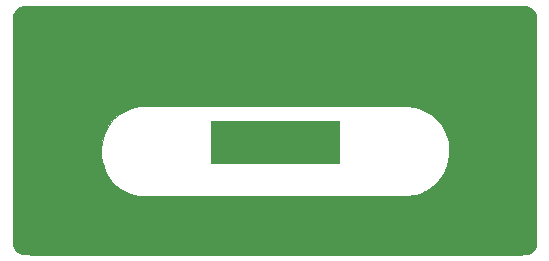
<source format=gbr>
%TF.GenerationSoftware,KiCad,Pcbnew,(6.0.4)*%
%TF.CreationDate,2022-04-09T23:38:07+02:00*%
%TF.ProjectId,cassette,63617373-6574-4746-952e-6b696361645f,rev?*%
%TF.SameCoordinates,Original*%
%TF.FileFunction,Legend,Top*%
%TF.FilePolarity,Positive*%
%FSLAX46Y46*%
G04 Gerber Fmt 4.6, Leading zero omitted, Abs format (unit mm)*
G04 Created by KiCad (PCBNEW (6.0.4)) date 2022-04-09 23:38:07*
%MOMM*%
%LPD*%
G01*
G04 APERTURE LIST*
%ADD10C,0.010000*%
G04 APERTURE END LIST*
%TO.C,N1*%
G36*
X5439833Y-1597833D02*
G01*
X-5418667Y-1597833D01*
X-5418667Y2021667D01*
X5439833Y2021667D01*
X5439833Y-1597833D01*
G37*
D10*
X5439833Y-1597833D02*
X-5418667Y-1597833D01*
X-5418667Y2021667D01*
X5439833Y2021667D01*
X5439833Y-1597833D01*
G36*
X-22140092Y620232D02*
G01*
X-22140082Y1205906D01*
X-22140046Y1985502D01*
X-22139975Y2723830D01*
X-22139867Y3421954D01*
X-22139720Y4080938D01*
X-22139529Y4701847D01*
X-22139291Y5285745D01*
X-22139004Y5833697D01*
X-22138664Y6346767D01*
X-22138269Y6826020D01*
X-22137814Y7272520D01*
X-22137297Y7687332D01*
X-22136715Y8071521D01*
X-22136065Y8426150D01*
X-22135343Y8752285D01*
X-22134546Y9050990D01*
X-22133672Y9323330D01*
X-22132717Y9570368D01*
X-22131677Y9793170D01*
X-22130550Y9992800D01*
X-22129333Y10170323D01*
X-22128023Y10326803D01*
X-22126616Y10463304D01*
X-22125109Y10580891D01*
X-22123499Y10680629D01*
X-22121783Y10763583D01*
X-22119957Y10830815D01*
X-22118020Y10883393D01*
X-22115967Y10922379D01*
X-22113795Y10948838D01*
X-22111502Y10963835D01*
X-22111310Y10964583D01*
X-22056525Y11123209D01*
X-21980284Y11260733D01*
X-21874056Y11391728D01*
X-21841410Y11425571D01*
X-21686883Y11556984D01*
X-21520826Y11649563D01*
X-21337283Y11706437D01*
X-21290677Y11715007D01*
X-21262293Y11716192D01*
X-21192673Y11717346D01*
X-21082915Y11718468D01*
X-20934114Y11719559D01*
X-20747369Y11720618D01*
X-20523777Y11721645D01*
X-20264434Y11722642D01*
X-19970439Y11723606D01*
X-19642887Y11724540D01*
X-19282878Y11725442D01*
X-18891506Y11726312D01*
X-18469871Y11727152D01*
X-18019069Y11727960D01*
X-17540197Y11728736D01*
X-17034352Y11729481D01*
X-16502632Y11730195D01*
X-15946134Y11730877D01*
X-15365955Y11731529D01*
X-14763192Y11732148D01*
X-14138942Y11732737D01*
X-13494304Y11733294D01*
X-12830372Y11733820D01*
X-12148246Y11734315D01*
X-11449022Y11734778D01*
X-10733798Y11735210D01*
X-10003670Y11735611D01*
X-9259736Y11735980D01*
X-8503093Y11736319D01*
X-7734838Y11736626D01*
X-6956068Y11736902D01*
X-6167881Y11737147D01*
X-5371374Y11737360D01*
X-4567643Y11737542D01*
X-3757787Y11737694D01*
X-2942902Y11737814D01*
X-2124086Y11737902D01*
X-1302436Y11737960D01*
X-479048Y11737987D01*
X344979Y11737982D01*
X1168550Y11737946D01*
X1990565Y11737880D01*
X2809929Y11737782D01*
X3625544Y11737653D01*
X4436313Y11737493D01*
X5241138Y11737301D01*
X6038923Y11737079D01*
X6828570Y11736826D01*
X7608983Y11736542D01*
X8379063Y11736226D01*
X9137714Y11735880D01*
X9883838Y11735503D01*
X10616339Y11735094D01*
X11334119Y11734655D01*
X12036081Y11734184D01*
X12721127Y11733683D01*
X13388161Y11733151D01*
X14036085Y11732588D01*
X14663803Y11731993D01*
X15270216Y11731368D01*
X15854228Y11730712D01*
X16414742Y11730025D01*
X16950660Y11729307D01*
X17460885Y11728558D01*
X17944320Y11727779D01*
X18399868Y11726968D01*
X18826431Y11726127D01*
X19222913Y11725254D01*
X19588216Y11724351D01*
X19921243Y11723417D01*
X20220897Y11722452D01*
X20486080Y11721457D01*
X20715696Y11720430D01*
X20908646Y11719373D01*
X21063835Y11718285D01*
X21180165Y11717166D01*
X21256538Y11716016D01*
X21291857Y11714836D01*
X21293667Y11714638D01*
X21486555Y11662780D01*
X21663212Y11574347D01*
X21819184Y11453423D01*
X21950017Y11304095D01*
X22051256Y11130448D01*
X22111309Y10964583D01*
X22113613Y10950473D01*
X22115794Y10924987D01*
X22117857Y10887061D01*
X22119804Y10835630D01*
X22121638Y10769630D01*
X22123363Y10687997D01*
X22124981Y10589665D01*
X22126496Y10473571D01*
X22127912Y10338649D01*
X22129230Y10183836D01*
X22130454Y10008066D01*
X22131588Y9810276D01*
X22132635Y9589401D01*
X22133597Y9344375D01*
X22134478Y9074136D01*
X22135281Y8777617D01*
X22136009Y8453756D01*
X22136665Y8101486D01*
X22137252Y7719744D01*
X22137774Y7307465D01*
X22138233Y6863584D01*
X22138634Y6387038D01*
X22138978Y5876761D01*
X22139269Y5331689D01*
X22139511Y4750757D01*
X22139705Y4132902D01*
X22139857Y3477058D01*
X22139967Y2782161D01*
X22140041Y2047146D01*
X22140080Y1270949D01*
X22140082Y1205906D01*
X22140092Y437572D01*
X22140077Y-289560D01*
X22140034Y-976624D01*
X22139959Y-1624753D01*
X22139849Y-2235078D01*
X22139700Y-2808733D01*
X22139507Y-3346850D01*
X22139268Y-3850561D01*
X22138978Y-4321000D01*
X22138633Y-4759297D01*
X22138231Y-5166587D01*
X22137767Y-5544002D01*
X22137238Y-5892674D01*
X22136639Y-6213736D01*
X22135967Y-6508320D01*
X22135219Y-6777559D01*
X22134390Y-7022585D01*
X22133476Y-7244531D01*
X22132475Y-7444530D01*
X22131382Y-7623714D01*
X22130194Y-7783216D01*
X22128907Y-7924167D01*
X22127516Y-8047701D01*
X22126019Y-8154951D01*
X22124412Y-8247048D01*
X22122690Y-8325126D01*
X22120851Y-8390317D01*
X22118889Y-8443753D01*
X22116803Y-8486566D01*
X22114587Y-8519891D01*
X22112239Y-8544858D01*
X22109754Y-8562602D01*
X22107779Y-8571924D01*
X22037942Y-8758759D01*
X21932887Y-8925435D01*
X21796369Y-9068308D01*
X21632147Y-9183738D01*
X21443980Y-9268083D01*
X21364976Y-9291750D01*
X21355165Y-9293477D01*
X21338738Y-9295142D01*
X21314942Y-9296745D01*
X21283021Y-9298286D01*
X21242220Y-9299769D01*
X21191786Y-9301192D01*
X21130963Y-9302558D01*
X21058997Y-9303868D01*
X20975134Y-9305122D01*
X20878619Y-9306322D01*
X20768697Y-9307468D01*
X20644614Y-9308562D01*
X20505615Y-9309606D01*
X20350946Y-9310599D01*
X20179851Y-9311543D01*
X19991577Y-9312439D01*
X19785370Y-9313289D01*
X19560473Y-9314093D01*
X19316133Y-9314852D01*
X19051596Y-9315568D01*
X18766106Y-9316241D01*
X18458909Y-9316873D01*
X18129250Y-9317464D01*
X17776376Y-9318017D01*
X17399531Y-9318531D01*
X16997960Y-9319008D01*
X16570910Y-9319449D01*
X16117626Y-9319855D01*
X15637352Y-9320227D01*
X15129335Y-9320566D01*
X14592820Y-9320874D01*
X14027053Y-9321151D01*
X13431278Y-9321399D01*
X12804741Y-9321618D01*
X12146688Y-9321809D01*
X11456364Y-9321975D01*
X10733015Y-9322115D01*
X9975886Y-9322231D01*
X9184222Y-9322324D01*
X8357268Y-9322395D01*
X7494271Y-9322444D01*
X6594476Y-9322475D01*
X5657128Y-9322486D01*
X4681472Y-9322479D01*
X3666754Y-9322456D01*
X2612220Y-9322418D01*
X1517114Y-9322365D01*
X380683Y-9322299D01*
X-9739Y-9322273D01*
X-1166093Y-9322192D01*
X-2280853Y-9322100D01*
X-3354757Y-9321998D01*
X-4388544Y-9321884D01*
X-5382954Y-9321757D01*
X-6338724Y-9321615D01*
X-7256595Y-9321459D01*
X-8137304Y-9321286D01*
X-8981591Y-9321096D01*
X-9790194Y-9320887D01*
X-10563853Y-9320659D01*
X-11303306Y-9320410D01*
X-12009291Y-9320139D01*
X-12682549Y-9319845D01*
X-13323818Y-9319528D01*
X-13933837Y-9319185D01*
X-14513344Y-9318816D01*
X-15063078Y-9318421D01*
X-15583779Y-9317996D01*
X-16076185Y-9317543D01*
X-16541035Y-9317059D01*
X-16979068Y-9316543D01*
X-17391022Y-9315995D01*
X-17777638Y-9315413D01*
X-18139653Y-9314796D01*
X-18477806Y-9314143D01*
X-18792837Y-9313453D01*
X-19085483Y-9312725D01*
X-19356485Y-9311958D01*
X-19606580Y-9311150D01*
X-19836509Y-9310301D01*
X-20047009Y-9309410D01*
X-20238819Y-9308475D01*
X-20412679Y-9307495D01*
X-20569327Y-9306469D01*
X-20709501Y-9305397D01*
X-20833942Y-9304277D01*
X-20943388Y-9303107D01*
X-21038578Y-9301888D01*
X-21120250Y-9300617D01*
X-21189143Y-9299294D01*
X-21245997Y-9297918D01*
X-21291550Y-9296487D01*
X-21326541Y-9295000D01*
X-21351708Y-9293457D01*
X-21367792Y-9291856D01*
X-21373977Y-9290718D01*
X-21566973Y-9218508D01*
X-21738985Y-9113458D01*
X-21885712Y-8979782D01*
X-22002852Y-8821694D01*
X-22086103Y-8643405D01*
X-22107779Y-8571924D01*
X-22110370Y-8558898D01*
X-22112822Y-8539505D01*
X-22115138Y-8512614D01*
X-22117321Y-8477090D01*
X-22119377Y-8431802D01*
X-22121308Y-8375617D01*
X-22123119Y-8307403D01*
X-22124813Y-8226026D01*
X-22126393Y-8130355D01*
X-22127864Y-8019257D01*
X-22129229Y-7891599D01*
X-22130492Y-7746249D01*
X-22131657Y-7582075D01*
X-22132727Y-7397943D01*
X-22133706Y-7192721D01*
X-22134599Y-6965277D01*
X-22135408Y-6714478D01*
X-22136137Y-6439191D01*
X-22136791Y-6138284D01*
X-22137373Y-5810625D01*
X-22137886Y-5455081D01*
X-22138335Y-5070519D01*
X-22138722Y-4655807D01*
X-22139053Y-4209812D01*
X-22139330Y-3731402D01*
X-22139558Y-3219444D01*
X-22139740Y-2672805D01*
X-22139880Y-2090354D01*
X-22139981Y-1470957D01*
X-22140048Y-813482D01*
X-22140058Y-610879D01*
X-14691160Y-610879D01*
X-14667324Y-1006051D01*
X-14605937Y-1400860D01*
X-14591550Y-1468360D01*
X-14486308Y-1853439D01*
X-14347093Y-2217425D01*
X-14175824Y-2558596D01*
X-13974415Y-2875230D01*
X-13744786Y-3165605D01*
X-13488851Y-3428000D01*
X-13208529Y-3660693D01*
X-12905736Y-3861963D01*
X-12582389Y-4030087D01*
X-12240404Y-4163344D01*
X-11881700Y-4260012D01*
X-11508192Y-4318369D01*
X-11408833Y-4327059D01*
X-11368936Y-4328428D01*
X-11288254Y-4329749D01*
X-11168314Y-4331021D01*
X-11010637Y-4332243D01*
X-10816749Y-4333416D01*
X-10588172Y-4334539D01*
X-10326431Y-4335613D01*
X-10033050Y-4336638D01*
X-9709553Y-4337613D01*
X-9357462Y-4338539D01*
X-8978302Y-4339415D01*
X-8573598Y-4340241D01*
X-8144872Y-4341018D01*
X-7693648Y-4341745D01*
X-7221451Y-4342423D01*
X-6729803Y-4343051D01*
X-6220230Y-4343629D01*
X-5694255Y-4344157D01*
X-5153401Y-4344635D01*
X-4599192Y-4345064D01*
X-4033153Y-4345442D01*
X-3456806Y-4345771D01*
X-2871677Y-4346050D01*
X-2279288Y-4346278D01*
X-1681163Y-4346457D01*
X-1078827Y-4346585D01*
X-473803Y-4346663D01*
X132385Y-4346692D01*
X738214Y-4346669D01*
X1342159Y-4346597D01*
X1942696Y-4346475D01*
X2538303Y-4346302D01*
X3127454Y-4346078D01*
X3708627Y-4345805D01*
X4280297Y-4345481D01*
X4840940Y-4345106D01*
X5389033Y-4344681D01*
X5923052Y-4344205D01*
X6441473Y-4343679D01*
X6942773Y-4343103D01*
X7425427Y-4342475D01*
X7887911Y-4341797D01*
X8328703Y-4341068D01*
X8746277Y-4340289D01*
X9139111Y-4339458D01*
X9505680Y-4338577D01*
X9844460Y-4337645D01*
X10153928Y-4336662D01*
X10432561Y-4335628D01*
X10678833Y-4334544D01*
X10891221Y-4333408D01*
X11068202Y-4332221D01*
X11208252Y-4330983D01*
X11309846Y-4329694D01*
X11371462Y-4328354D01*
X11387667Y-4327602D01*
X11688567Y-4295763D01*
X11962505Y-4246486D01*
X12222517Y-4176201D01*
X12481639Y-4081337D01*
X12752906Y-3958325D01*
X12774083Y-3947875D01*
X13101845Y-3761958D01*
X13407305Y-3541438D01*
X13688185Y-3289010D01*
X13942208Y-3007368D01*
X14167095Y-2699208D01*
X14360570Y-2367222D01*
X14520355Y-2014108D01*
X14601491Y-1785785D01*
X14704623Y-1396748D01*
X14768192Y-1002181D01*
X14792754Y-605542D01*
X14778866Y-210291D01*
X14727087Y180115D01*
X14637972Y562217D01*
X14512079Y932557D01*
X14349966Y1287677D01*
X14152189Y1624118D01*
X14022546Y1807755D01*
X13903852Y1953031D01*
X13760477Y2109003D01*
X13603063Y2265314D01*
X13442253Y2411609D01*
X13288690Y2537532D01*
X13221928Y2586817D01*
X13072462Y2684221D01*
X12897754Y2784826D01*
X12712153Y2881193D01*
X12530012Y2965889D01*
X12365679Y3031477D01*
X12359669Y3033601D01*
X12122011Y3105856D01*
X11860691Y3165607D01*
X11593448Y3209187D01*
X11421634Y3227378D01*
X11380166Y3229002D01*
X11297891Y3230566D01*
X11176337Y3232070D01*
X11017032Y3233515D01*
X10821503Y3234900D01*
X10591277Y3236225D01*
X10327882Y3237491D01*
X10032844Y3238697D01*
X9707691Y3239844D01*
X9353951Y3240931D01*
X8973151Y3241958D01*
X8566817Y3242925D01*
X8136477Y3243833D01*
X7683660Y3244681D01*
X7209890Y3245470D01*
X6716697Y3246199D01*
X6205608Y3246868D01*
X5678149Y3247478D01*
X5135848Y3248027D01*
X4580232Y3248518D01*
X4012829Y3248948D01*
X3435166Y3249319D01*
X2848770Y3249630D01*
X2255169Y3249882D01*
X1655889Y3250074D01*
X1052458Y3250206D01*
X446404Y3250279D01*
X-160747Y3250292D01*
X-767467Y3250245D01*
X-1372229Y3250139D01*
X-1973505Y3249973D01*
X-2569768Y3249747D01*
X-3159491Y3249462D01*
X-3741147Y3249117D01*
X-4313208Y3248713D01*
X-4874147Y3248248D01*
X-5422437Y3247724D01*
X-5956550Y3247141D01*
X-6474960Y3246498D01*
X-6976138Y3245795D01*
X-7458558Y3245032D01*
X-7920692Y3244210D01*
X-8361013Y3243328D01*
X-8777994Y3242387D01*
X-9170107Y3241385D01*
X-9535825Y3240325D01*
X-9873621Y3239204D01*
X-10181968Y3238024D01*
X-10459337Y3236784D01*
X-10704203Y3235485D01*
X-10915037Y3234126D01*
X-11090313Y3232707D01*
X-11228502Y3231228D01*
X-11328079Y3229690D01*
X-11387514Y3228093D01*
X-11400468Y3227378D01*
X-11788666Y3177033D01*
X-12156736Y3089715D01*
X-12506313Y2964760D01*
X-12839035Y2801506D01*
X-13156538Y2599290D01*
X-13383023Y2423867D01*
X-13651568Y2172189D01*
X-13891677Y1891523D01*
X-14102337Y1585129D01*
X-14282535Y1256270D01*
X-14431259Y908205D01*
X-14547496Y544197D01*
X-14630234Y167506D01*
X-14678459Y-218607D01*
X-14691160Y-610879D01*
X-22140058Y-610879D01*
X-22140083Y-116796D01*
X-22140092Y620232D01*
G37*
X-22140092Y620232D02*
X-22140082Y1205906D01*
X-22140046Y1985502D01*
X-22139975Y2723830D01*
X-22139867Y3421954D01*
X-22139720Y4080938D01*
X-22139529Y4701847D01*
X-22139291Y5285745D01*
X-22139004Y5833697D01*
X-22138664Y6346767D01*
X-22138269Y6826020D01*
X-22137814Y7272520D01*
X-22137297Y7687332D01*
X-22136715Y8071521D01*
X-22136065Y8426150D01*
X-22135343Y8752285D01*
X-22134546Y9050990D01*
X-22133672Y9323330D01*
X-22132717Y9570368D01*
X-22131677Y9793170D01*
X-22130550Y9992800D01*
X-22129333Y10170323D01*
X-22128023Y10326803D01*
X-22126616Y10463304D01*
X-22125109Y10580891D01*
X-22123499Y10680629D01*
X-22121783Y10763583D01*
X-22119957Y10830815D01*
X-22118020Y10883393D01*
X-22115967Y10922379D01*
X-22113795Y10948838D01*
X-22111502Y10963835D01*
X-22111310Y10964583D01*
X-22056525Y11123209D01*
X-21980284Y11260733D01*
X-21874056Y11391728D01*
X-21841410Y11425571D01*
X-21686883Y11556984D01*
X-21520826Y11649563D01*
X-21337283Y11706437D01*
X-21290677Y11715007D01*
X-21262293Y11716192D01*
X-21192673Y11717346D01*
X-21082915Y11718468D01*
X-20934114Y11719559D01*
X-20747369Y11720618D01*
X-20523777Y11721645D01*
X-20264434Y11722642D01*
X-19970439Y11723606D01*
X-19642887Y11724540D01*
X-19282878Y11725442D01*
X-18891506Y11726312D01*
X-18469871Y11727152D01*
X-18019069Y11727960D01*
X-17540197Y11728736D01*
X-17034352Y11729481D01*
X-16502632Y11730195D01*
X-15946134Y11730877D01*
X-15365955Y11731529D01*
X-14763192Y11732148D01*
X-14138942Y11732737D01*
X-13494304Y11733294D01*
X-12830372Y11733820D01*
X-12148246Y11734315D01*
X-11449022Y11734778D01*
X-10733798Y11735210D01*
X-10003670Y11735611D01*
X-9259736Y11735980D01*
X-8503093Y11736319D01*
X-7734838Y11736626D01*
X-6956068Y11736902D01*
X-6167881Y11737147D01*
X-5371374Y11737360D01*
X-4567643Y11737542D01*
X-3757787Y11737694D01*
X-2942902Y11737814D01*
X-2124086Y11737902D01*
X-1302436Y11737960D01*
X-479048Y11737987D01*
X344979Y11737982D01*
X1168550Y11737946D01*
X1990565Y11737880D01*
X2809929Y11737782D01*
X3625544Y11737653D01*
X4436313Y11737493D01*
X5241138Y11737301D01*
X6038923Y11737079D01*
X6828570Y11736826D01*
X7608983Y11736542D01*
X8379063Y11736226D01*
X9137714Y11735880D01*
X9883838Y11735503D01*
X10616339Y11735094D01*
X11334119Y11734655D01*
X12036081Y11734184D01*
X12721127Y11733683D01*
X13388161Y11733151D01*
X14036085Y11732588D01*
X14663803Y11731993D01*
X15270216Y11731368D01*
X15854228Y11730712D01*
X16414742Y11730025D01*
X16950660Y11729307D01*
X17460885Y11728558D01*
X17944320Y11727779D01*
X18399868Y11726968D01*
X18826431Y11726127D01*
X19222913Y11725254D01*
X19588216Y11724351D01*
X19921243Y11723417D01*
X20220897Y11722452D01*
X20486080Y11721457D01*
X20715696Y11720430D01*
X20908646Y11719373D01*
X21063835Y11718285D01*
X21180165Y11717166D01*
X21256538Y11716016D01*
X21291857Y11714836D01*
X21293667Y11714638D01*
X21486555Y11662780D01*
X21663212Y11574347D01*
X21819184Y11453423D01*
X21950017Y11304095D01*
X22051256Y11130448D01*
X22111309Y10964583D01*
X22113613Y10950473D01*
X22115794Y10924987D01*
X22117857Y10887061D01*
X22119804Y10835630D01*
X22121638Y10769630D01*
X22123363Y10687997D01*
X22124981Y10589665D01*
X22126496Y10473571D01*
X22127912Y10338649D01*
X22129230Y10183836D01*
X22130454Y10008066D01*
X22131588Y9810276D01*
X22132635Y9589401D01*
X22133597Y9344375D01*
X22134478Y9074136D01*
X22135281Y8777617D01*
X22136009Y8453756D01*
X22136665Y8101486D01*
X22137252Y7719744D01*
X22137774Y7307465D01*
X22138233Y6863584D01*
X22138634Y6387038D01*
X22138978Y5876761D01*
X22139269Y5331689D01*
X22139511Y4750757D01*
X22139705Y4132902D01*
X22139857Y3477058D01*
X22139967Y2782161D01*
X22140041Y2047146D01*
X22140080Y1270949D01*
X22140082Y1205906D01*
X22140092Y437572D01*
X22140077Y-289560D01*
X22140034Y-976624D01*
X22139959Y-1624753D01*
X22139849Y-2235078D01*
X22139700Y-2808733D01*
X22139507Y-3346850D01*
X22139268Y-3850561D01*
X22138978Y-4321000D01*
X22138633Y-4759297D01*
X22138231Y-5166587D01*
X22137767Y-5544002D01*
X22137238Y-5892674D01*
X22136639Y-6213736D01*
X22135967Y-6508320D01*
X22135219Y-6777559D01*
X22134390Y-7022585D01*
X22133476Y-7244531D01*
X22132475Y-7444530D01*
X22131382Y-7623714D01*
X22130194Y-7783216D01*
X22128907Y-7924167D01*
X22127516Y-8047701D01*
X22126019Y-8154951D01*
X22124412Y-8247048D01*
X22122690Y-8325126D01*
X22120851Y-8390317D01*
X22118889Y-8443753D01*
X22116803Y-8486566D01*
X22114587Y-8519891D01*
X22112239Y-8544858D01*
X22109754Y-8562602D01*
X22107779Y-8571924D01*
X22037942Y-8758759D01*
X21932887Y-8925435D01*
X21796369Y-9068308D01*
X21632147Y-9183738D01*
X21443980Y-9268083D01*
X21364976Y-9291750D01*
X21355165Y-9293477D01*
X21338738Y-9295142D01*
X21314942Y-9296745D01*
X21283021Y-9298286D01*
X21242220Y-9299769D01*
X21191786Y-9301192D01*
X21130963Y-9302558D01*
X21058997Y-9303868D01*
X20975134Y-9305122D01*
X20878619Y-9306322D01*
X20768697Y-9307468D01*
X20644614Y-9308562D01*
X20505615Y-9309606D01*
X20350946Y-9310599D01*
X20179851Y-9311543D01*
X19991577Y-9312439D01*
X19785370Y-9313289D01*
X19560473Y-9314093D01*
X19316133Y-9314852D01*
X19051596Y-9315568D01*
X18766106Y-9316241D01*
X18458909Y-9316873D01*
X18129250Y-9317464D01*
X17776376Y-9318017D01*
X17399531Y-9318531D01*
X16997960Y-9319008D01*
X16570910Y-9319449D01*
X16117626Y-9319855D01*
X15637352Y-9320227D01*
X15129335Y-9320566D01*
X14592820Y-9320874D01*
X14027053Y-9321151D01*
X13431278Y-9321399D01*
X12804741Y-9321618D01*
X12146688Y-9321809D01*
X11456364Y-9321975D01*
X10733015Y-9322115D01*
X9975886Y-9322231D01*
X9184222Y-9322324D01*
X8357268Y-9322395D01*
X7494271Y-9322444D01*
X6594476Y-9322475D01*
X5657128Y-9322486D01*
X4681472Y-9322479D01*
X3666754Y-9322456D01*
X2612220Y-9322418D01*
X1517114Y-9322365D01*
X380683Y-9322299D01*
X-9739Y-9322273D01*
X-1166093Y-9322192D01*
X-2280853Y-9322100D01*
X-3354757Y-9321998D01*
X-4388544Y-9321884D01*
X-5382954Y-9321757D01*
X-6338724Y-9321615D01*
X-7256595Y-9321459D01*
X-8137304Y-9321286D01*
X-8981591Y-9321096D01*
X-9790194Y-9320887D01*
X-10563853Y-9320659D01*
X-11303306Y-9320410D01*
X-12009291Y-9320139D01*
X-12682549Y-9319845D01*
X-13323818Y-9319528D01*
X-13933837Y-9319185D01*
X-14513344Y-9318816D01*
X-15063078Y-9318421D01*
X-15583779Y-9317996D01*
X-16076185Y-9317543D01*
X-16541035Y-9317059D01*
X-16979068Y-9316543D01*
X-17391022Y-9315995D01*
X-17777638Y-9315413D01*
X-18139653Y-9314796D01*
X-18477806Y-9314143D01*
X-18792837Y-9313453D01*
X-19085483Y-9312725D01*
X-19356485Y-9311958D01*
X-19606580Y-9311150D01*
X-19836509Y-9310301D01*
X-20047009Y-9309410D01*
X-20238819Y-9308475D01*
X-20412679Y-9307495D01*
X-20569327Y-9306469D01*
X-20709501Y-9305397D01*
X-20833942Y-9304277D01*
X-20943388Y-9303107D01*
X-21038578Y-9301888D01*
X-21120250Y-9300617D01*
X-21189143Y-9299294D01*
X-21245997Y-9297918D01*
X-21291550Y-9296487D01*
X-21326541Y-9295000D01*
X-21351708Y-9293457D01*
X-21367792Y-9291856D01*
X-21373977Y-9290718D01*
X-21566973Y-9218508D01*
X-21738985Y-9113458D01*
X-21885712Y-8979782D01*
X-22002852Y-8821694D01*
X-22086103Y-8643405D01*
X-22107779Y-8571924D01*
X-22110370Y-8558898D01*
X-22112822Y-8539505D01*
X-22115138Y-8512614D01*
X-22117321Y-8477090D01*
X-22119377Y-8431802D01*
X-22121308Y-8375617D01*
X-22123119Y-8307403D01*
X-22124813Y-8226026D01*
X-22126393Y-8130355D01*
X-22127864Y-8019257D01*
X-22129229Y-7891599D01*
X-22130492Y-7746249D01*
X-22131657Y-7582075D01*
X-22132727Y-7397943D01*
X-22133706Y-7192721D01*
X-22134599Y-6965277D01*
X-22135408Y-6714478D01*
X-22136137Y-6439191D01*
X-22136791Y-6138284D01*
X-22137373Y-5810625D01*
X-22137886Y-5455081D01*
X-22138335Y-5070519D01*
X-22138722Y-4655807D01*
X-22139053Y-4209812D01*
X-22139330Y-3731402D01*
X-22139558Y-3219444D01*
X-22139740Y-2672805D01*
X-22139880Y-2090354D01*
X-22139981Y-1470957D01*
X-22140048Y-813482D01*
X-22140058Y-610879D01*
X-14691160Y-610879D01*
X-14667324Y-1006051D01*
X-14605937Y-1400860D01*
X-14591550Y-1468360D01*
X-14486308Y-1853439D01*
X-14347093Y-2217425D01*
X-14175824Y-2558596D01*
X-13974415Y-2875230D01*
X-13744786Y-3165605D01*
X-13488851Y-3428000D01*
X-13208529Y-3660693D01*
X-12905736Y-3861963D01*
X-12582389Y-4030087D01*
X-12240404Y-4163344D01*
X-11881700Y-4260012D01*
X-11508192Y-4318369D01*
X-11408833Y-4327059D01*
X-11368936Y-4328428D01*
X-11288254Y-4329749D01*
X-11168314Y-4331021D01*
X-11010637Y-4332243D01*
X-10816749Y-4333416D01*
X-10588172Y-4334539D01*
X-10326431Y-4335613D01*
X-10033050Y-4336638D01*
X-9709553Y-4337613D01*
X-9357462Y-4338539D01*
X-8978302Y-4339415D01*
X-8573598Y-4340241D01*
X-8144872Y-4341018D01*
X-7693648Y-4341745D01*
X-7221451Y-4342423D01*
X-6729803Y-4343051D01*
X-6220230Y-4343629D01*
X-5694255Y-4344157D01*
X-5153401Y-4344635D01*
X-4599192Y-4345064D01*
X-4033153Y-4345442D01*
X-3456806Y-4345771D01*
X-2871677Y-4346050D01*
X-2279288Y-4346278D01*
X-1681163Y-4346457D01*
X-1078827Y-4346585D01*
X-473803Y-4346663D01*
X132385Y-4346692D01*
X738214Y-4346669D01*
X1342159Y-4346597D01*
X1942696Y-4346475D01*
X2538303Y-4346302D01*
X3127454Y-4346078D01*
X3708627Y-4345805D01*
X4280297Y-4345481D01*
X4840940Y-4345106D01*
X5389033Y-4344681D01*
X5923052Y-4344205D01*
X6441473Y-4343679D01*
X6942773Y-4343103D01*
X7425427Y-4342475D01*
X7887911Y-4341797D01*
X8328703Y-4341068D01*
X8746277Y-4340289D01*
X9139111Y-4339458D01*
X9505680Y-4338577D01*
X9844460Y-4337645D01*
X10153928Y-4336662D01*
X10432561Y-4335628D01*
X10678833Y-4334544D01*
X10891221Y-4333408D01*
X11068202Y-4332221D01*
X11208252Y-4330983D01*
X11309846Y-4329694D01*
X11371462Y-4328354D01*
X11387667Y-4327602D01*
X11688567Y-4295763D01*
X11962505Y-4246486D01*
X12222517Y-4176201D01*
X12481639Y-4081337D01*
X12752906Y-3958325D01*
X12774083Y-3947875D01*
X13101845Y-3761958D01*
X13407305Y-3541438D01*
X13688185Y-3289010D01*
X13942208Y-3007368D01*
X14167095Y-2699208D01*
X14360570Y-2367222D01*
X14520355Y-2014108D01*
X14601491Y-1785785D01*
X14704623Y-1396748D01*
X14768192Y-1002181D01*
X14792754Y-605542D01*
X14778866Y-210291D01*
X14727087Y180115D01*
X14637972Y562217D01*
X14512079Y932557D01*
X14349966Y1287677D01*
X14152189Y1624118D01*
X14022546Y1807755D01*
X13903852Y1953031D01*
X13760477Y2109003D01*
X13603063Y2265314D01*
X13442253Y2411609D01*
X13288690Y2537532D01*
X13221928Y2586817D01*
X13072462Y2684221D01*
X12897754Y2784826D01*
X12712153Y2881193D01*
X12530012Y2965889D01*
X12365679Y3031477D01*
X12359669Y3033601D01*
X12122011Y3105856D01*
X11860691Y3165607D01*
X11593448Y3209187D01*
X11421634Y3227378D01*
X11380166Y3229002D01*
X11297891Y3230566D01*
X11176337Y3232070D01*
X11017032Y3233515D01*
X10821503Y3234900D01*
X10591277Y3236225D01*
X10327882Y3237491D01*
X10032844Y3238697D01*
X9707691Y3239844D01*
X9353951Y3240931D01*
X8973151Y3241958D01*
X8566817Y3242925D01*
X8136477Y3243833D01*
X7683660Y3244681D01*
X7209890Y3245470D01*
X6716697Y3246199D01*
X6205608Y3246868D01*
X5678149Y3247478D01*
X5135848Y3248027D01*
X4580232Y3248518D01*
X4012829Y3248948D01*
X3435166Y3249319D01*
X2848770Y3249630D01*
X2255169Y3249882D01*
X1655889Y3250074D01*
X1052458Y3250206D01*
X446404Y3250279D01*
X-160747Y3250292D01*
X-767467Y3250245D01*
X-1372229Y3250139D01*
X-1973505Y3249973D01*
X-2569768Y3249747D01*
X-3159491Y3249462D01*
X-3741147Y3249117D01*
X-4313208Y3248713D01*
X-4874147Y3248248D01*
X-5422437Y3247724D01*
X-5956550Y3247141D01*
X-6474960Y3246498D01*
X-6976138Y3245795D01*
X-7458558Y3245032D01*
X-7920692Y3244210D01*
X-8361013Y3243328D01*
X-8777994Y3242387D01*
X-9170107Y3241385D01*
X-9535825Y3240325D01*
X-9873621Y3239204D01*
X-10181968Y3238024D01*
X-10459337Y3236784D01*
X-10704203Y3235485D01*
X-10915037Y3234126D01*
X-11090313Y3232707D01*
X-11228502Y3231228D01*
X-11328079Y3229690D01*
X-11387514Y3228093D01*
X-11400468Y3227378D01*
X-11788666Y3177033D01*
X-12156736Y3089715D01*
X-12506313Y2964760D01*
X-12839035Y2801506D01*
X-13156538Y2599290D01*
X-13383023Y2423867D01*
X-13651568Y2172189D01*
X-13891677Y1891523D01*
X-14102337Y1585129D01*
X-14282535Y1256270D01*
X-14431259Y908205D01*
X-14547496Y544197D01*
X-14630234Y167506D01*
X-14678459Y-218607D01*
X-14691160Y-610879D01*
X-22140058Y-610879D01*
X-22140083Y-116796D01*
X-22140092Y620232D01*
%TD*%
M02*

</source>
